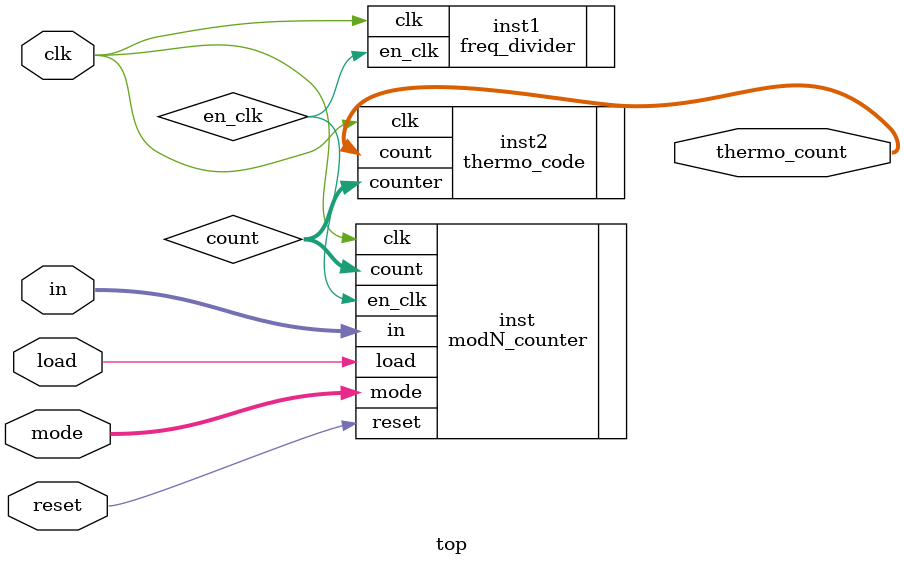
<source format=v>

module top(
    input wire clk,
    input wire reset,
    input wire [3:0] in,
    input wire load,
    input wire [1:0] mode,
    output wire [14:0] thermo_count
    );

    wire en_clk;
    wire[3:0] count;

    freq_divider inst1(
        .clk(clk),
        .en_clk(en_clk)
    );

    modN_counter inst( 
        .clk(clk),
        .en_clk(en_clk),
        .reset(reset),
        .in(in),
        .load(load),
        .mode(mode),
        .count(count)
    );

    thermo_code inst2(
        .clk(clk),
        .counter(count),
        .count(thermo_count)
    );


endmodule
</source>
